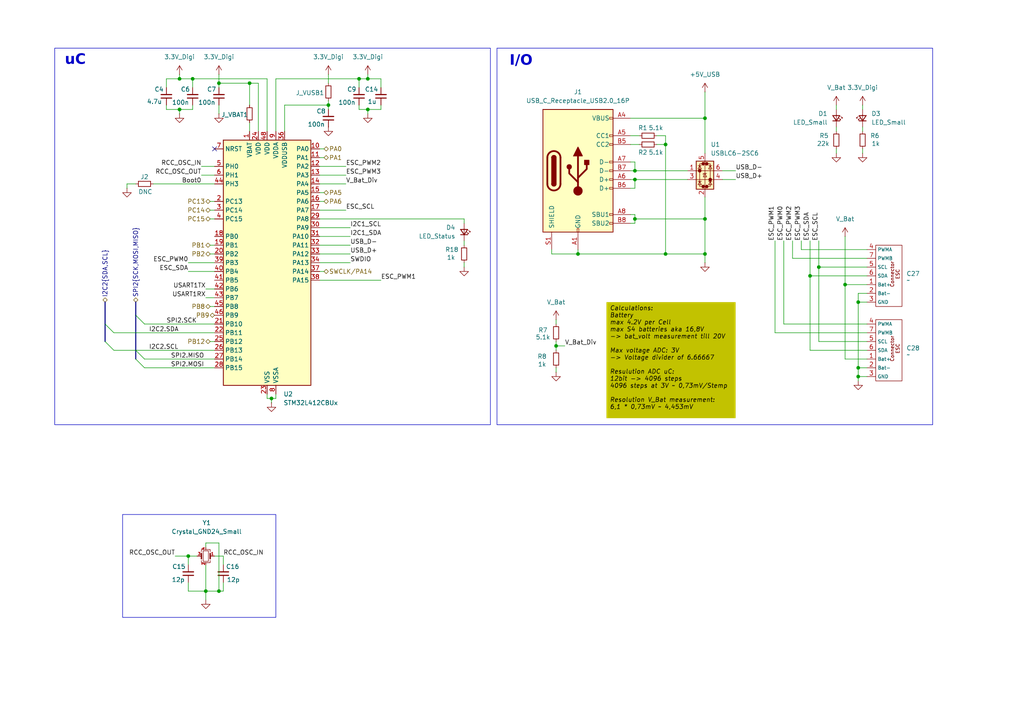
<source format=kicad_sch>
(kicad_sch (version 20231120) (generator "eeschema") (generator_version "8.0")
  (paper "A4")
  (lib_symbols
    (symbol "Connector:USB_C_Receptacle_USB2.0_16P" (pin_names (offset 1.016))
      (property "Reference" "J" (at 0 22.225 0))
      (property "Value" "USB_C_Receptacle_USB2.0_16P" (at 0 19.685 0))
      (symbol "USB_C_Receptacle_USB2.0_16P_0_0"
        (rectangle (start -0.254 -17.78) (end 0.254 -16.764))
        (rectangle (start 10.16 -14.986) (end 9.144 -15.494))
        (rectangle (start 10.16 -12.446) (end 9.144 -12.954))
        (rectangle (start 10.16 -4.826) (end 9.144 -5.334))
        (rectangle (start 10.16 -2.286) (end 9.144 -2.794))
        (rectangle (start 10.16 0.254) (end 9.144 -0.254))
        (rectangle (start 10.16 2.794) (end 9.144 2.286))
        (rectangle (start 10.16 7.874) (end 9.144 7.366))
        (rectangle (start 10.16 10.414) (end 9.144 9.906))
        (rectangle (start 10.16 15.494) (end 9.144 14.986))
      )
      (symbol "USB_C_Receptacle_USB2.0_16P_0_1"
        (rectangle (start -10.16 17.78) (end 10.16 -17.78) (stroke (width 0.254)) (fill (type background)))
        (arc (start -8.89 -3.81) (mid -6.985 -5.7067) (end -5.08 -3.81) (stroke (width 0.508)))
        (arc (start -7.62 -3.81) (mid -6.985 -4.4423) (end -6.35 -3.81) (stroke (width 0.254)))
        (arc (start -7.62 -3.81) (mid -6.985 -4.4423) (end -6.35 -3.81) (stroke (width 0.254)) (fill (type outline)))
        (rectangle (start -7.62 -3.81) (end -6.35 3.81) (stroke (width 0.254)) (fill (type outline)))
        (arc (start -6.35 3.81) (mid -6.985 4.4423) (end -7.62 3.81) (stroke (width 0.254)))
        (arc (start -6.35 3.81) (mid -6.985 4.4423) (end -7.62 3.81) (stroke (width 0.254)) (fill (type outline)))
        (arc (start -5.08 3.81) (mid -6.985 5.7067) (end -8.89 3.81) (stroke (width 0.508)))
        (circle (center -2.54 1.143) (radius 0.635) (stroke (width 0.254)) (fill (type outline)))
        (circle (center 0 -5.842) (radius 1.27) (fill (type outline)))
        (polyline (pts (xy -8.89 -3.81) (xy -8.89 3.81)) (stroke (width 0.508)))
        (polyline (pts (xy -5.08 3.81) (xy -5.08 -3.81)) (stroke (width 0.508)))
        (polyline (pts (xy 0 -5.842) (xy 0 4.318)) (stroke (width 0.508)))
        (polyline (pts (xy 0 -3.302) (xy -2.54 -0.762) (xy -2.54 0.508)) (stroke (width 0.508)))
        (polyline (pts (xy 0 -2.032) (xy 2.54 0.508) (xy 2.54 1.778)) (stroke (width 0.508)))
        (polyline (pts (xy -1.27 4.318) (xy 0 6.858) (xy 1.27 4.318) (xy -1.27 4.318)) (stroke (width 0.254)) (fill (type outline)))
        (rectangle (start 1.905 1.778) (end 3.175 3.048) (stroke (width 0.254)) (fill (type outline)))
      )
      (symbol "USB_C_Receptacle_USB2.0_16P_1_1"
        (pin passive line (at 0 -22.86 90) (length 5.08) (name "GND") (number "A1"))
        (pin passive line (at 0 -22.86 90) (length 5.08) hide (name "GND") (number "A12"))
        (pin passive line (at 15.24 15.24 180) (length 5.08) (name "VBUS") (number "A4"))
        (pin bidirectional line (at 15.24 10.16 180) (length 5.08) (name "CC1") (number "A5"))
        (pin bidirectional line (at 15.24 -2.54 180) (length 5.08) (name "D+") (number "A6"))
        (pin bidirectional line (at 15.24 2.54 180) (length 5.08) (name "D-") (number "A7"))
        (pin bidirectional line (at 15.24 -12.7 180) (length 5.08) (name "SBU1") (number "A8"))
        (pin passive line (at 15.24 15.24 180) (length 5.08) hide (name "VBUS") (number "A9"))
        (pin passive line (at 0 -22.86 90) (length 5.08) hide (name "GND") (number "B1"))
        (pin passive line (at 0 -22.86 90) (length 5.08) hide (name "GND") (number "B12"))
        (pin passive line (at 15.24 15.24 180) (length 5.08) hide (name "VBUS") (number "B4"))
        (pin bidirectional line (at 15.24 7.62 180) (length 5.08) (name "CC2") (number "B5"))
        (pin bidirectional line (at 15.24 -5.08 180) (length 5.08) (name "D+") (number "B6"))
        (pin bidirectional line (at 15.24 0 180) (length 5.08) (name "D-") (number "B7"))
        (pin bidirectional line (at 15.24 -15.24 180) (length 5.08) (name "SBU2") (number "B8"))
        (pin passive line (at 15.24 15.24 180) (length 5.08) hide (name "VBUS") (number "B9"))
        (pin passive line (at -7.62 -22.86 90) (length 5.08) (name "SHIELD") (number "S1"))
      )
    )
    (symbol "Device:C_Small" (pin_numbers hide) (pin_names (offset 0.254) hide)
      (property "Reference" "C" (at 0.254 1.778 0))
      (property "Value" "C_Small" (at 0.254 -2.032 0))
      (symbol "C_Small_0_1"
        (polyline (pts (xy -1.524 -0.508) (xy 1.524 -0.508)) (stroke (width 0.3302)))
        (polyline (pts (xy -1.524 0.508) (xy 1.524 0.508)) (stroke (width 0.3048)))
      )
      (symbol "C_Small_1_1"
        (pin passive line (at 0 2.54 270) (length 2.032) (name "~") (number "1"))
        (pin passive line (at 0 -2.54 90) (length 2.032) (name "~") (number "2"))
      )
    )
    (symbol "Device:Crystal_GND24_Small" (pin_names (offset 1.016) hide)
      (property "Reference" "Y" (at 1.27 4.445 0))
      (property "Value" "Crystal_GND24_Small" (at 1.27 2.54 0))
      (symbol "Crystal_GND24_Small_0_1"
        (rectangle (start -0.762 -1.524) (end 0.762 1.524))
        (polyline (pts (xy -1.27 -0.762) (xy -1.27 0.762)) (stroke (width 0.381)))
        (polyline (pts (xy 1.27 -0.762) (xy 1.27 0.762)) (stroke (width 0.381)))
        (polyline (pts (xy -1.27 -1.27) (xy -1.27 -1.905) (xy 1.27 -1.905) (xy 1.27 -1.27)))
        (polyline (pts (xy -1.27 1.27) (xy -1.27 1.905) (xy 1.27 1.905) (xy 1.27 1.27)))
      )
      (symbol "Crystal_GND24_Small_1_1"
        (pin passive line (at -2.54 0 0) (length 1.27) (name "1") (number "1"))
        (pin passive line (at 0 -2.54 90) (length 0.635) (name "2") (number "2"))
        (pin passive line (at 2.54 0 180) (length 1.27) (name "3") (number "3"))
        (pin passive line (at 0 2.54 270) (length 0.635) (name "4") (number "4"))
      )
    )
    (symbol "Device:LED_Small" (pin_numbers hide) (pin_names (offset 0.254) hide)
      (property "Reference" "D" (at -1.27 3.175 0))
      (property "Value" "LED_Small" (at -4.445 -2.54 0))
      (symbol "LED_Small_0_1"
        (polyline (pts (xy -0.762 -1.016) (xy -0.762 1.016)) (stroke (width 0.254)))
        (polyline (pts (xy 1.016 0) (xy -0.762 0)))
        (polyline (pts (xy 0.762 -1.016) (xy -0.762 0) (xy 0.762 1.016) (xy 0.762 -1.016)) (stroke (width 0.254)))
        (polyline (pts (xy 0 0.762) (xy -0.508 1.27) (xy -0.254 1.27) (xy -0.508 1.27) (xy -0.508 1.016)))
        (polyline (pts (xy 0.508 1.27) (xy 0 1.778) (xy 0.254 1.778) (xy 0 1.778) (xy 0 1.524)))
      )
      (symbol "LED_Small_1_1"
        (pin passive line (at -2.54 0 0) (length 1.778) (name "K") (number "1"))
        (pin passive line (at 2.54 0 180) (length 1.778) (name "A") (number "2"))
      )
    )
    (symbol "Device:R_Small" (pin_numbers hide) (pin_names (offset 0.254) hide)
      (property "Reference" "R" (at 0.762 0.508 0))
      (property "Value" "R_Small" (at 0.762 -1.016 0))
      (symbol "R_Small_0_1"
        (rectangle (start -0.762 1.778) (end 0.762 -1.778) (stroke (width 0.2032)))
      )
      (symbol "R_Small_1_1"
        (pin passive line (at 0 2.54 270) (length 0.762) (name "~") (number "1"))
        (pin passive line (at 0 -2.54 90) (length 0.762) (name "~") (number "2"))
      )
    )
    (symbol "FC_Library:Connector_ESC_FC_CORNER"
      (property "Reference" "C" (at -4.318 11.43 0))
      (symbol "Connector_ESC_FC_CORNER_0_1"
        (rectangle (start -5.08 10.16) (end 2.54 -7.62))
      )
      (symbol "Connector_ESC_FC_CORNER_1_1"
        (text "Connector\nESC" (at 0.508 1.778 900) (effects (font (size 0.9906 0.9906))))
        (pin input line (at -7.62 -1.27 0) (length 2.54) (name "Bat+") (number "1"))
        (pin input line (at -7.62 -3.81 0) (length 2.54) (name "Bat-") (number "2"))
        (pin input line (at -7.62 -6.35 0) (length 2.54) (name "GND") (number "3"))
        (pin input line (at -7.62 8.89 0) (length 2.54) (name "PWMA") (number "4"))
        (pin input line (at -7.62 3.81 0) (length 2.54) (name "SCL") (number "5"))
        (pin input line (at -7.62 1.27 0) (length 2.54) (name "SDA") (number "6"))
        (pin input line (at -7.62 6.35 0) (length 2.54) (name "PWMB") (number "7"))
      )
    )
    (symbol "MCU_ST_STM32L4:STM32L412CBUx"
      (property "Reference" "U" (at -12.7 36.83 0))
      (property "Value" "STM32L412CBUx" (at 7.62 36.83 0))
      (symbol "STM32L412CBUx_0_1"
        (rectangle (start -12.7 -35.56) (end 12.7 35.56) (stroke (width 0.254)) (fill (type background)))
      )
      (symbol "STM32L412CBUx_1_1"
        (pin power_in line (at -5.08 38.1 270) (length 2.54) (name "VBAT") (number "1"))
        (pin bidirectional line (at 15.24 33.02 180) (length 2.54) (name "PA0") (number "10"))
        (pin bidirectional line (at 15.24 30.48 180) (length 2.54) (name "PA1") (number "11"))
        (pin bidirectional line (at 15.24 27.94 180) (length 2.54) (name "PA2") (number "12"))
        (pin bidirectional line (at 15.24 25.4 180) (length 2.54) (name "PA3") (number "13"))
        (pin bidirectional line (at 15.24 22.86 180) (length 2.54) (name "PA4") (number "14"))
        (pin bidirectional line (at 15.24 20.32 180) (length 2.54) (name "PA5") (number "15"))
        (pin bidirectional line (at 15.24 17.78 180) (length 2.54) (name "PA6") (number "16"))
        (pin bidirectional line (at 15.24 15.24 180) (length 2.54) (name "PA7") (number "17"))
        (pin bidirectional line (at -15.24 7.62 0) (length 2.54) (name "PB0") (number "18"))
        (pin bidirectional line (at -15.24 5.08 0) (length 2.54) (name "PB1") (number "19"))
        (pin bidirectional line (at -15.24 17.78 0) (length 2.54) (name "PC13") (number "2"))
        (pin bidirectional line (at -15.24 2.54 0) (length 2.54) (name "PB2") (number "20"))
        (pin bidirectional line (at -15.24 -17.78 0) (length 2.54) (name "PB10") (number "21"))
        (pin bidirectional line (at -15.24 -20.32 0) (length 2.54) (name "PB11") (number "22"))
        (pin power_in line (at 0 -38.1 90) (length 2.54) (name "VSS") (number "23"))
        (pin power_in line (at -2.54 38.1 270) (length 2.54) (name "VDD") (number "24"))
        (pin bidirectional line (at -15.24 -22.86 0) (length 2.54) (name "PB12") (number "25"))
        (pin bidirectional line (at -15.24 -25.4 0) (length 2.54) (name "PB13") (number "26"))
        (pin bidirectional line (at -15.24 -27.94 0) (length 2.54) (name "PB14") (number "27"))
        (pin bidirectional line (at -15.24 -30.48 0) (length 2.54) (name "PB15") (number "28"))
        (pin bidirectional line (at 15.24 12.7 180) (length 2.54) (name "PA8") (number "29"))
        (pin bidirectional line (at -15.24 15.24 0) (length 2.54) (name "PC14") (number "3"))
        (pin bidirectional line (at 15.24 10.16 180) (length 2.54) (name "PA9") (number "30"))
        (pin bidirectional line (at 15.24 7.62 180) (length 2.54) (name "PA10") (number "31"))
        (pin bidirectional line (at 15.24 5.08 180) (length 2.54) (name "PA11") (number "32"))
        (pin bidirectional line (at 15.24 2.54 180) (length 2.54) (name "PA12") (number "33"))
        (pin bidirectional line (at 15.24 0 180) (length 2.54) (name "PA13") (number "34"))
        (pin passive line (at 0 -38.1 90) (length 2.54) hide (name "VSS") (number "35"))
        (pin power_in line (at 5.08 38.1 270) (length 2.54) (name "VDDUSB") (number "36"))
        (pin bidirectional line (at 15.24 -2.54 180) (length 2.54) (name "PA14") (number "37"))
        (pin bidirectional line (at 15.24 -5.08 180) (length 2.54) (name "PA15") (number "38"))
        (pin bidirectional line (at -15.24 0 0) (length 2.54) (name "PB3") (number "39"))
        (pin bidirectional line (at -15.24 12.7 0) (length 2.54) (name "PC15") (number "4"))
        (pin bidirectional line (at -15.24 -2.54 0) (length 2.54) (name "PB4") (number "40"))
        (pin bidirectional line (at -15.24 -5.08 0) (length 2.54) (name "PB5") (number "41"))
        (pin bidirectional line (at -15.24 -7.62 0) (length 2.54) (name "PB6") (number "42"))
        (pin bidirectional line (at -15.24 -10.16 0) (length 2.54) (name "PB7") (number "43"))
        (pin bidirectional line (at -15.24 22.86 0) (length 2.54) (name "PH3") (number "44"))
        (pin bidirectional line (at -15.24 -12.7 0) (length 2.54) (name "PB8") (number "45"))
        (pin bidirectional line (at -15.24 -15.24 0) (length 2.54) (name "PB9") (number "46"))
        (pin passive line (at 0 -38.1 90) (length 2.54) hide (name "VSS") (number "47"))
        (pin power_in line (at 0 38.1 270) (length 2.54) (name "VDD") (number "48"))
        (pin passive line (at 0 -38.1 90) (length 2.54) hide (name "VSS") (number "49"))
        (pin bidirectional line (at -15.24 27.94 0) (length 2.54) (name "PH0") (number "5"))
        (pin bidirectional line (at -15.24 25.4 0) (length 2.54) (name "PH1") (number "6"))
        (pin input line (at -15.24 33.02 0) (length 2.54) (name "NRST") (number "7"))
        (pin power_in line (at 2.54 -38.1 90) (length 2.54) (name "VSSA") (number "8"))
        (pin power_in line (at 2.54 38.1 270) (length 2.54) (name "VDDA") (number "9"))
      )
    )
    (symbol "Power_Protection:USBLC6-2SC6" (pin_names hide)
      (property "Reference" "U" (at 0.635 5.715 0))
      (property "Value" "USBLC6-2SC6" (at 0.635 3.81 0))
      (symbol "USBLC6-2SC6_0_0"
        (circle (center -1.524 0) (radius 0.0001) (stroke (width 0.508)))
        (circle (center -0.508 -4.572) (radius 0.0001) (stroke (width 0.508)))
        (circle (center -0.508 2.032) (radius 0.0001) (stroke (width 0.508)))
        (circle (center 0.508 -4.572) (radius 0.0001) (stroke (width 0.508)))
        (circle (center 0.508 2.032) (radius 0.0001) (stroke (width 0.508)))
        (circle (center 1.524 -2.54) (radius 0.0001) (stroke (width 0.508)))
      )
      (symbol "USBLC6-2SC6_0_1"
        (polyline (pts (xy -2.54 -2.54) (xy 2.54 -2.54)))
        (polyline (pts (xy -2.54 0) (xy 2.54 0)))
        (polyline (pts (xy -2.032 -3.048) (xy -1.016 -3.048)))
        (polyline (pts (xy -1.016 1.524) (xy -2.032 1.524)))
        (polyline (pts (xy 1.016 -3.048) (xy 2.032 -3.048)))
        (polyline (pts (xy 1.016 1.524) (xy 2.032 1.524)))
        (polyline (pts (xy -0.508 -1.143) (xy -0.508 -0.762) (xy 0.508 -0.762)))
        (polyline (pts (xy -2.032 0.508) (xy -1.016 0.508) (xy -1.524 1.524) (xy -2.032 0.508)))
        (polyline (pts (xy -1.016 -4.064) (xy -2.032 -4.064) (xy -1.524 -3.048) (xy -1.016 -4.064)))
        (polyline (pts (xy 0.508 -1.778) (xy -0.508 -1.778) (xy 0 -0.762) (xy 0.508 -1.778)))
        (polyline (pts (xy 2.032 -4.064) (xy 1.016 -4.064) (xy 1.524 -3.048) (xy 2.032 -4.064)))
        (polyline (pts (xy 2.032 0.508) (xy 1.016 0.508) (xy 1.524 1.524) (xy 2.032 0.508)))
        (polyline (pts (xy 0 2.54) (xy -0.508 2.032) (xy 0.508 2.032) (xy 0 1.524) (xy 0 -4.064) (xy -0.508 -4.572) (xy 0.508 -4.572) (xy 0 -5.08)))
      )
      (symbol "USBLC6-2SC6_1_1"
        (rectangle (start -2.54 2.794) (end 2.54 -5.334) (stroke (width 0.254)) (fill (type background)))
        (polyline (pts (xy -0.508 2.032) (xy -1.524 2.032) (xy -1.524 -4.572) (xy -0.508 -4.572)))
        (polyline (pts (xy 0.508 -4.572) (xy 1.524 -4.572) (xy 1.524 2.032) (xy 0.508 2.032)))
        (pin passive line (at -5.08 0 0) (length 2.54) (name "I/O1") (number "1"))
        (pin passive line (at 0 -7.62 90) (length 2.54) (name "GND") (number "2"))
        (pin passive line (at -5.08 -2.54 0) (length 2.54) (name "I/O2") (number "3"))
        (pin passive line (at 5.08 -2.54 180) (length 2.54) (name "I/O2") (number "4"))
        (pin passive line (at 0 5.08 270) (length 2.54) (name "VBUS") (number "5"))
        (pin passive line (at 5.08 0 180) (length 2.54) (name "I/O1") (number "6"))
      )
    )
    (symbol "power:+3V3" (power) (pin_numbers hide) (pin_names (offset 0) hide)
      (property "Value" "+3V3" (at 0 3.556 0))
      (symbol "+3V3_0_1"
        (polyline (pts (xy -0.762 1.27) (xy 0 2.54)))
        (polyline (pts (xy 0 0) (xy 0 2.54)))
        (polyline (pts (xy 0 2.54) (xy 0.762 1.27)))
      )
      (symbol "+3V3_1_1"
        (pin power_in line (at 0 0 90) (length 0) (name "~") (number "1"))
      )
    )
    (symbol "power:+5V" (power) (pin_numbers hide) (pin_names (offset 0) hide)
      (property "Value" "+5V" (at 0 3.556 0))
      (symbol "+5V_0_1"
        (polyline (pts (xy -0.762 1.27) (xy 0 2.54)))
        (polyline (pts (xy 0 0) (xy 0 2.54)))
        (polyline (pts (xy 0 2.54) (xy 0.762 1.27)))
      )
      (symbol "+5V_1_1"
        (pin power_in line (at 0 0 90) (length 0) (name "~") (number "1"))
      )
    )
    (symbol "power:+6V" (power) (pin_numbers hide) (pin_names (offset 0) hide)
      (property "Value" "+6V" (at 0 3.556 0))
      (symbol "+6V_0_1"
        (polyline (pts (xy -0.762 1.27) (xy 0 2.54)))
        (polyline (pts (xy 0 0) (xy 0 2.54)))
        (polyline (pts (xy 0 2.54) (xy 0.762 1.27)))
      )
      (symbol "+6V_1_1"
        (pin power_in line (at 0 0 90) (length 0) (name "~") (number "1"))
      )
    )
    (symbol "power:GND" (power) (pin_numbers hide) (pin_names (offset 0) hide)
      (property "Value" "GND" (at 0 -3.81 0))
      (symbol "GND_0_1"
        (polyline (pts (xy 0 0) (xy 0 -1.27) (xy 1.27 -1.27) (xy 0 -2.54) (xy -1.27 -1.27) (xy 0 -1.27)))
      )
      (symbol "GND_1_1"
        (pin power_in line (at 0 0 270) (length 0) (name "~") (number "1"))
      )
    )
  )
  (junction (at 72.39 24.13))
  (junction (at 54.61 161.29))
  (junction (at 184.15 49.53))
  (junction (at 161.29 100.33))
  (junction (at 193.04 41.91))
  (junction (at 52.07 31.75))
  (junction (at 78.74 115.57))
  (junction (at 106.68 31.75))
  (junction (at 204.47 63.5))
  (junction (at 248.92 109.22))
  (junction (at 106.68 22.86))
  (junction (at 204.47 34.29))
  (junction (at 52.07 22.86))
  (junction (at 184.15 63.5))
  (junction (at 95.25 30.48))
  (junction (at 63.5 24.13))
  (junction (at 55.88 22.86))
  (junction (at 248.92 106.68))
  (junction (at 237.49 77.47))
  (junction (at 245.11 82.55))
  (junction (at 248.92 87.63))
  (junction (at 63.5 171.45))
  (junction (at 184.15 52.07))
  (junction (at 193.04 73.66))
  (junction (at 104.14 22.86))
  (junction (at 59.69 171.45))
  (junction (at 234.95 80.01))
  (junction (at 167.64 73.66))
  (junction (at 204.47 73.66))
  (no_connect (at 62.23 43.18))
  (bus_entry (at 30.48 93.98) (size 2.54 2.54))
  (bus_entry (at 30.48 99.06) (size 2.54 2.54))
  (bus_entry (at 39.37 101.6) (size 2.54 2.54))
  (bus_entry (at 39.37 104.14) (size 2.54 2.54))
  (bus_entry (at 39.37 91.44) (size 2.54 2.54))
  (wire (pts (xy 48.26 25.4) (xy 48.26 22.86)))
  (wire (pts (xy 93.98 45.72) (xy 92.71 45.72)))
  (wire (pts (xy 193.04 73.66) (xy 167.64 73.66)))
  (wire (pts (xy 184.15 63.5) (xy 204.47 63.5)))
  (wire (pts (xy 161.29 107.95) (xy 161.29 106.68)))
  (wire (pts (xy 209.55 49.53) (xy 213.36 49.53)))
  (wire (pts (xy 60.96 58.42) (xy 62.23 58.42)))
  (wire (pts (xy 62.23 161.29) (xy 64.77 161.29)))
  (wire (pts (xy 104.14 22.86) (xy 106.68 22.86)))
  (wire (pts (xy 245.11 104.14) (xy 251.46 104.14)))
  (wire (pts (xy 199.39 49.53) (xy 184.15 49.53)))
  (wire (pts (xy 59.69 86.36) (xy 62.23 86.36)))
  (wire (pts (xy 190.5 41.91) (xy 193.04 41.91)))
  (wire (pts (xy 184.15 52.07) (xy 184.15 54.61)))
  (wire (pts (xy 41.91 106.68) (xy 62.23 106.68)))
  (wire (pts (xy 36.83 53.34) (xy 39.37 53.34)))
  (wire (pts (xy 134.62 77.47) (xy 134.62 76.2)))
  (wire (pts (xy 242.57 30.48) (xy 242.57 31.75)))
  (wire (pts (xy 161.29 99.06) (xy 161.29 100.33)))
  (wire (pts (xy 193.04 41.91) (xy 193.04 73.66)))
  (wire (pts (xy 204.47 73.66) (xy 193.04 73.66)))
  (wire (pts (xy 163.83 100.33) (xy 161.29 100.33)))
  (wire (pts (xy 251.46 80.01) (xy 234.95 80.01)))
  (wire (pts (xy 48.26 22.86) (xy 52.07 22.86)))
  (wire (pts (xy 72.39 35.56) (xy 72.39 38.1)))
  (wire (pts (xy 237.49 69.85) (xy 237.49 77.47)))
  (wire (pts (xy 55.88 31.75) (xy 55.88 30.48)))
  (wire (pts (xy 92.71 78.74) (xy 93.98 78.74)))
  (wire (pts (xy 60.96 71.12) (xy 62.23 71.12)))
  (wire (pts (xy 52.07 22.86) (xy 55.88 22.86)))
  (wire (pts (xy 60.96 63.5) (xy 62.23 63.5)))
  (wire (pts (xy 227.33 93.98) (xy 227.33 69.85)))
  (wire (pts (xy 245.11 82.55) (xy 245.11 104.14)))
  (wire (pts (xy 250.19 44.45) (xy 250.19 43.18)))
  (wire (pts (xy 134.62 71.12) (xy 134.62 69.85)))
  (wire (pts (xy 184.15 62.23) (xy 184.15 63.5)))
  (wire (pts (xy 92.71 81.28) (xy 110.49 81.28)))
  (wire (pts (xy 204.47 73.66) (xy 204.47 63.5)))
  (wire (pts (xy 190.5 39.37) (xy 193.04 39.37)))
  (wire (pts (xy 224.79 96.52) (xy 224.79 69.85)))
  (wire (pts (xy 134.62 63.5) (xy 134.62 64.77)))
  (wire (pts (xy 100.33 50.8) (xy 92.71 50.8)))
  (wire (pts (xy 250.19 38.1) (xy 250.19 36.83)))
  (wire (pts (xy 251.46 106.68) (xy 248.92 106.68)))
  (wire (pts (xy 52.07 21.59) (xy 52.07 22.86)))
  (wire (pts (xy 41.91 93.98) (xy 62.23 93.98)))
  (wire (pts (xy 184.15 54.61) (xy 182.88 54.61)))
  (wire (pts (xy 160.02 73.66) (xy 160.02 72.39)))
  (bus (pts (xy 30.48 93.98) (xy 30.48 99.06)))
  (wire (pts (xy 167.64 73.66) (xy 160.02 73.66)))
  (bus (pts (xy 30.48 87.63) (xy 30.48 93.98)))
  (wire (pts (xy 63.5 33.02) (xy 63.5 30.48)))
  (wire (pts (xy 248.92 106.68) (xy 248.92 109.22)))
  (wire (pts (xy 110.49 31.75) (xy 110.49 30.48)))
  (wire (pts (xy 63.5 157.48) (xy 63.5 171.45)))
  (wire (pts (xy 101.6 68.58) (xy 92.71 68.58)))
  (wire (pts (xy 64.77 171.45) (xy 64.77 168.91)))
  (wire (pts (xy 204.47 26.67) (xy 204.47 34.29)))
  (wire (pts (xy 80.01 38.1) (xy 80.01 22.86)))
  (wire (pts (xy 104.14 30.48) (xy 104.14 31.75)))
  (wire (pts (xy 110.49 25.4) (xy 110.49 22.86)))
  (wire (pts (xy 60.96 73.66) (xy 62.23 73.66)))
  (wire (pts (xy 184.15 49.53) (xy 182.88 49.53)))
  (wire (pts (xy 72.39 24.13) (xy 72.39 30.48)))
  (wire (pts (xy 72.39 24.13) (xy 74.93 24.13)))
  (wire (pts (xy 55.88 22.86) (xy 77.47 22.86)))
  (wire (pts (xy 167.64 72.39) (xy 167.64 73.66)))
  (wire (pts (xy 101.6 66.04) (xy 92.71 66.04)))
  (wire (pts (xy 54.61 171.45) (xy 59.69 171.45)))
  (wire (pts (xy 82.55 30.48) (xy 82.55 38.1)))
  (wire (pts (xy 54.61 78.74) (xy 62.23 78.74)))
  (wire (pts (xy 80.01 115.57) (xy 80.01 114.3)))
  (wire (pts (xy 58.42 48.26) (xy 62.23 48.26)))
  (wire (pts (xy 234.95 69.85) (xy 234.95 80.01)))
  (wire (pts (xy 251.46 85.09) (xy 248.92 85.09)))
  (wire (pts (xy 52.07 31.75) (xy 55.88 31.75)))
  (wire (pts (xy 248.92 85.09) (xy 248.92 87.63)))
  (wire (pts (xy 242.57 44.45) (xy 242.57 43.18)))
  (wire (pts (xy 63.5 171.45) (xy 64.77 171.45)))
  (wire (pts (xy 245.11 68.58) (xy 245.11 82.55)))
  (wire (pts (xy 245.11 82.55) (xy 251.46 82.55)))
  (wire (pts (xy 92.71 71.12) (xy 101.6 71.12)))
  (wire (pts (xy 161.29 92.71) (xy 161.29 93.98)))
  (wire (pts (xy 204.47 63.5) (xy 204.47 57.15)))
  (wire (pts (xy 95.25 30.48) (xy 95.25 29.21)))
  (wire (pts (xy 237.49 99.06) (xy 251.46 99.06)))
  (wire (pts (xy 64.77 161.29) (xy 64.77 163.83)))
  (wire (pts (xy 78.74 115.57) (xy 78.74 116.84)))
  (wire (pts (xy 59.69 158.75) (xy 59.69 157.48)))
  (wire (pts (xy 104.14 22.86) (xy 104.14 25.4)))
  (wire (pts (xy 33.02 101.6) (xy 39.37 101.6)))
  (wire (pts (xy 93.98 55.88) (xy 92.71 55.88)))
  (wire (pts (xy 39.37 101.6) (xy 62.23 101.6)))
  (wire (pts (xy 82.55 30.48) (xy 95.25 30.48)))
  (wire (pts (xy 54.61 171.45) (xy 54.61 168.91)))
  (wire (pts (xy 251.46 96.52) (xy 224.79 96.52)))
  (wire (pts (xy 251.46 77.47) (xy 237.49 77.47)))
  (wire (pts (xy 59.69 163.83) (xy 59.69 171.45)))
  (wire (pts (xy 251.46 74.93) (xy 229.87 74.93)))
  (wire (pts (xy 182.88 52.07) (xy 184.15 52.07)))
  (wire (pts (xy 248.92 110.49) (xy 248.92 109.22)))
  (wire (pts (xy 182.88 62.23) (xy 184.15 62.23)))
  (wire (pts (xy 95.25 21.59) (xy 95.25 24.13)))
  (wire (pts (xy 77.47 22.86) (xy 77.47 38.1)))
  (wire (pts (xy 59.69 171.45) (xy 63.5 171.45)))
  (wire (pts (xy 184.15 64.77) (xy 182.88 64.77)))
  (wire (pts (xy 100.33 53.34) (xy 92.71 53.34)))
  (wire (pts (xy 182.88 41.91) (xy 185.42 41.91)))
  (wire (pts (xy 93.98 58.42) (xy 92.71 58.42)))
  (wire (pts (xy 232.41 72.39) (xy 251.46 72.39)))
  (wire (pts (xy 184.15 52.07) (xy 199.39 52.07)))
  (wire (pts (xy 36.83 53.34) (xy 36.83 54.61)))
  (wire (pts (xy 95.25 31.75) (xy 95.25 30.48)))
  (wire (pts (xy 248.92 87.63) (xy 248.92 106.68)))
  (wire (pts (xy 100.33 60.96) (xy 92.71 60.96)))
  (wire (pts (xy 104.14 31.75) (xy 106.68 31.75)))
  (wire (pts (xy 106.68 31.75) (xy 110.49 31.75)))
  (wire (pts (xy 101.6 73.66) (xy 92.71 73.66)))
  (wire (pts (xy 237.49 77.47) (xy 237.49 99.06)))
  (wire (pts (xy 248.92 87.63) (xy 251.46 87.63)))
  (bus (pts (xy 39.37 87.63) (xy 39.37 91.44)))
  (wire (pts (xy 48.26 31.75) (xy 48.26 30.48)))
  (wire (pts (xy 185.42 39.37) (xy 182.88 39.37)))
  (wire (pts (xy 63.5 24.13) (xy 72.39 24.13)))
  (bus (pts (xy 39.37 101.6) (xy 39.37 104.14)))
  (wire (pts (xy 52.07 33.02) (xy 52.07 31.75)))
  (wire (pts (xy 59.69 171.45) (xy 59.69 173.99)))
  (wire (pts (xy 50.8 161.29) (xy 54.61 161.29)))
  (wire (pts (xy 44.45 53.34) (xy 62.23 53.34)))
  (wire (pts (xy 193.04 39.37) (xy 193.04 41.91)))
  (wire (pts (xy 54.61 76.2) (xy 62.23 76.2)))
  (wire (pts (xy 74.93 24.13) (xy 74.93 38.1)))
  (wire (pts (xy 251.46 93.98) (xy 227.33 93.98)))
  (wire (pts (xy 92.71 63.5) (xy 134.62 63.5)))
  (wire (pts (xy 106.68 31.75) (xy 106.68 33.02)))
  (wire (pts (xy 63.5 21.59) (xy 63.5 24.13)))
  (wire (pts (xy 204.47 76.2) (xy 204.47 73.66)))
  (wire (pts (xy 60.96 60.96) (xy 62.23 60.96)))
  (wire (pts (xy 182.88 46.99) (xy 184.15 46.99)))
  (wire (pts (xy 234.95 101.6) (xy 234.95 80.01)))
  (wire (pts (xy 242.57 38.1) (xy 242.57 36.83)))
  (wire (pts (xy 58.42 50.8) (xy 62.23 50.8)))
  (wire (pts (xy 80.01 115.57) (xy 78.74 115.57)))
  (wire (pts (xy 33.02 96.52) (xy 62.23 96.52)))
  (wire (pts (xy 41.91 104.14) (xy 62.23 104.14)))
  (wire (pts (xy 204.47 34.29) (xy 204.47 44.45)))
  (wire (pts (xy 250.19 30.48) (xy 250.19 31.75)))
  (wire (pts (xy 182.88 34.29) (xy 204.47 34.29)))
  (wire (pts (xy 63.5 25.4) (xy 63.5 24.13)))
  (wire (pts (xy 77.47 115.57) (xy 77.47 114.3)))
  (wire (pts (xy 100.33 48.26) (xy 92.71 48.26)))
  (wire (pts (xy 80.01 22.86) (xy 104.14 22.86)))
  (wire (pts (xy 229.87 74.93) (xy 229.87 69.85)))
  (bus (pts (xy 39.37 91.44) (xy 39.37 101.6)))
  (wire (pts (xy 184.15 46.99) (xy 184.15 49.53)))
  (wire (pts (xy 59.69 157.48) (xy 63.5 157.48)))
  (wire (pts (xy 106.68 22.86) (xy 110.49 22.86)))
  (wire (pts (xy 60.96 99.06) (xy 62.23 99.06)))
  (wire (pts (xy 55.88 25.4) (xy 55.88 22.86)))
  (wire (pts (xy 60.96 88.9) (xy 62.23 88.9)))
  (wire (pts (xy 232.41 69.85) (xy 232.41 72.39)))
  (wire (pts (xy 161.29 100.33) (xy 161.29 101.6)))
  (wire (pts (xy 93.98 43.18) (xy 92.71 43.18)))
  (wire (pts (xy 209.55 52.07) (xy 213.36 52.07)))
  (wire (pts (xy 251.46 101.6) (xy 234.95 101.6)))
  (wire (pts (xy 184.15 63.5) (xy 184.15 64.77)))
  (wire (pts (xy 78.74 115.57) (xy 77.47 115.57)))
  (wire (pts (xy 52.07 31.75) (xy 48.26 31.75)))
  (wire (pts (xy 248.92 109.22) (xy 251.46 109.22)))
  (wire (pts (xy 106.68 21.59) (xy 106.68 22.86)))
  (wire (pts (xy 92.71 76.2) (xy 101.6 76.2)))
  (wire (pts (xy 54.61 161.29) (xy 57.15 161.29)))
  (wire (pts (xy 59.69 83.82) (xy 62.23 83.82)))
  (wire (pts (xy 54.61 161.29) (xy 54.61 163.83)))
  (rectangle (start 35.56 149.225) (end 80.01 179.07))
  (rectangle (start 15.875 13.97) (end 142.24 123.19))
  (rectangle (start 144.145 13.97) (end 270.51 123.19))
  (image (at -50.8 68.58) (scale 0.600291))
  (text_box "Calculations:\nBattery\nmax 4.2V per Cell\nmax S4 batteries aka 16,8V\n-> bat_volt measurement till 20V\n\nMax voltage ADC: 3V\n-> Voltage divider of 6.66667\n\nResulution ADC uC:\n12bit -> 4096 steps\n4096 steps at 3V ~ 0,73mV/Stemp\n\nResolution V_Bat measurement:\n6,1 * 0,73mV ~ 4,453mV" (at 175.895 87.63 0) (size 37.465 33.655) (stroke (width -0.0001) (color 255 255 0 1)) (fill (type color) (color 194 194 0 1)) (effects (font (size 1.27 1.27) (italic yes)) (justify left top)))
  (text "uC" (at 21.844 18.288 0) (effects (font (size 3 3))))
  (text "I/O\n" (at 151.13 18.542 0) (effects (font (size 3 3))))
  (label "ESC_PWM0" (at 54.61 76.2 180))
  (label "I2C1_SDA" (at 101.6 68.58 0))
  (label "RCC_OSC_OUT" (at 58.42 50.8 180))
  (label "ESC_SDA" (at 54.61 78.74 180))
  (label "ESC_PWM1" (at 224.79 69.85 90))
  (label "RCC_OSC_IN" (at 64.77 161.29 0))
  (label "ESC_PWM2" (at 229.87 69.85 90))
  (label "I2C2.SCL" (at 43.18 101.6 0))
  (label "ESC_PWM1" (at 110.49 81.28 0))
  (label "V_Bat_Div" (at 100.33 53.34 0))
  (label "SWDIO" (at 101.6 76.2 0))
  (label "SPI2.MOSI" (at 49.53 106.68 0))
  (label "ESC_SDA" (at 234.95 69.85 90))
  (label "USART1RX" (at 59.69 86.36 180))
  (label "I2C2.SDA" (at 43.18 96.52 0))
  (label "ESC_PWM3" (at 232.41 69.85 90))
  (label "I2C1_SCL" (at 101.6 66.04 0))
  (label "SPI2.MISO" (at 49.53 104.14 0))
  (label "USB_D+" (at 101.6 73.66 0))
  (label "USART1TX" (at 59.69 83.82 180))
  (label "ESC_PWM3" (at 100.33 50.8 0))
  (label "ESC_PWM0" (at 227.33 69.85 90))
  (label "RCC_OSC_IN" (at 58.42 48.26 180))
  (label "USB_D-" (at 213.36 49.53 0))
  (label "USB_D+" (at 213.36 52.07 0))
  (label "RCC_OSC_OUT" (at 50.8 161.29 180))
  (label "ESC_PWM2" (at 100.33 48.26 0))
  (label "ESC_SCL" (at 100.33 60.96 0))
  (label "Boot0" (at 58.42 53.34 180))
  (label "SPI2.SCK" (at 48.26 93.98 0))
  (label "V_Bat_Div" (at 163.83 100.33 0))
  (label "USB_D-" (at 101.6 71.12 0))
  (label "ESC_SCL" (at 237.49 69.85 90))
  (hierarchical_label "SPI2{SCK,MOSI,MISO}" (shape bidirectional) (at 39.37 87.63 90))
  (hierarchical_label "SWCLK{slash}PA14" (shape bidirectional) (at 93.98 78.74 0))
  (hierarchical_label "PC13" (shape bidirectional) (at 60.96 58.42 180))
  (hierarchical_label "PA5" (shape bidirectional) (at 93.98 55.88 0))
  (hierarchical_label "I2C2{SDA,SCL}" (shape bidirectional) (at 30.48 87.63 90))
  (hierarchical_label "PA1" (shape bidirectional) (at 93.98 45.72 0))
  (hierarchical_label "PB12" (shape bidirectional) (at 60.96 99.06 180))
  (hierarchical_label "PB8" (shape bidirectional) (at 60.96 88.9 180))
  (hierarchical_label "PC14" (shape bidirectional) (at 60.96 60.96 180))
  (hierarchical_label "PA0" (shape bidirectional) (at 93.98 43.18 0))
  (hierarchical_label "PB9" (shape bidirectional) (at 62.23 91.44 180))
  (hierarchical_label "PC15" (shape bidirectional) (at 60.96 63.5 180))
  (hierarchical_label "PA6" (shape bidirectional) (at 93.98 58.42 0))
  (hierarchical_label "PB1" (shape bidirectional) (at 60.96 71.12 180))
  (hierarchical_label "PB2" (shape bidirectional) (at 60.96 73.66 180))
  (symbol (lib_id "Device:C_Small") (at 104.14 27.94 0) (mirror x) (unit 1)
    (property "Reference" "C9" (at 103.378 25.908 0) (effects (justify right)))
    (property "Value" "100n" (at 103.124 29.718 0) (effects (justify right)))
    (property "Footprint" "Capacitor_SMD:C_0402_1005Metric" (effects (hide yes)))
    (property "Description" "Unpolarized capacitor, small symbol" (effects (hide yes)))
  )
  (symbol (lib_id "Device:R_Small") (at 161.29 96.52 180) (unit 1)
    (property "Reference" "R7" (at 157.48 95.758 0))
    (property "Value" "5.1k" (at 157.48 97.79 0))
    (property "Footprint" "Resistor_SMD:R_0603_1608Metric" (effects (hide yes)))
    (property "Description" "Resistor, small symbol" (effects (hide yes)))
  )
  (symbol (lib_id "power:GND") (at 36.83 54.61 0) (unit 1)
    (property "Reference" "#PWR044" (effects (hide yes)))
    (property "Value" "GND" (effects (hide yes)))
    (property "Description" "Power symbol creates a global label with name \"GND\" , ground" (effects (hide yes)))
  )
  (symbol (lib_id "Connector:USB_C_Receptacle_USB2.0_16P") (at 167.64 49.53 0) (unit 1)
    (property "Reference" "J1" (at 167.64 26.67 0))
    (property "Value" "USB_C_Receptacle_USB2.0_16P" (at 167.64 29.21 0))
    (property "Footprint" "FC_footrpints:GSB1C41110SSHR" (effects (hide yes)))
    (property "Datasheet" "https://www.usb.org/sites/default/files/documents/usb_type-c.zip" (effects (hide yes)))
    (property "Description" "USB 2.0-only 16P Type-C Receptacle connector" (effects (hide yes)))
  )
  (symbol (lib_id "Device:R_Small") (at 250.19 40.64 0) (mirror x) (unit 1)
    (property "Reference" "R6" (at 253.746 39.37 0))
    (property "Value" "1k" (at 254 41.656 0))
    (property "Footprint" "Resistor_SMD:R_0603_1608Metric" (effects (hide yes)))
    (property "Description" "Resistor, small symbol" (effects (hide yes)))
  )
  (symbol (lib_id "power:GND") (at 95.25 36.83 0) (mirror y) (unit 1)
    (property "Reference" "#PWR019" (effects (hide yes)))
    (property "Value" "GND" (effects (hide yes)))
    (property "Description" "Power symbol creates a global label with name \"GND\" , ground" (effects (hide yes)))
  )
  (symbol (lib_id "power:GND") (at 204.47 76.2 0) (unit 1)
    (property "Reference" "#PWR04" (effects (hide yes)))
    (property "Value" "GND" (effects (hide yes)))
    (property "Description" "Power symbol creates a global label with name \"GND\" , ground" (effects (hide yes)))
  )
  (symbol (lib_id "Device:R_Small") (at 187.96 41.91 90) (mirror x) (unit 1)
    (property "Reference" "R2" (at 186.436 44.196 90))
    (property "Value" "5.1k" (at 190.246 44.196 90))
    (property "Footprint" "Resistor_SMD:R_0603_1608Metric" (effects (hide yes)))
    (property "Description" "Resistor, small symbol" (effects (hide yes)))
  )
  (symbol (lib_id "Device:C_Small") (at 54.61 166.37 0) (mirror x) (unit 1)
    (property "Reference" "C15" (at 53.848 164.338 0) (effects (justify right)))
    (property "Value" "12p" (at 53.594 168.148 0) (effects (justify right)))
    (property "Footprint" "Capacitor_SMD:C_0402_1005Metric" (effects (hide yes)))
    (property "Description" "Unpolarized capacitor, small symbol" (effects (hide yes)))
  )
  (symbol (lib_id "power:+3V3") (at 250.19 30.48 0) (unit 1)
    (property "Reference" "#PWR08" (effects (hide yes)))
    (property "Value" "3.3V_Digi" (at 250.19 25.4 0))
    (property "Description" "Power symbol creates a global label with name \"+3V3\"" (effects (hide yes)))
  )
  (symbol (lib_id "power:+6V") (at 245.11 68.58 0) (unit 1)
    (property "Reference" "#PWR049" (effects (hide yes)))
    (property "Value" "V_Bat" (at 245.11 63.5 0))
    (property "Description" "Power symbol creates a global label with name \"+6V\"" (effects (hide yes)))
  )
  (symbol (lib_id "power:GND") (at 59.69 173.99 0) (unit 1)
    (property "Reference" "#PWR022" (effects (hide yes)))
    (property "Value" "GND" (effects (hide yes)))
    (property "Description" "Power symbol creates a global label with name \"GND\" , ground" (effects (hide yes)))
  )
  (symbol (lib_id "Device:Crystal_GND24_Small") (at 59.69 161.29 0) (mirror y) (unit 1)
    (property "Reference" "Y1" (at 59.944 151.638 0))
    (property "Value" "Crystal_GND24_Small" (at 59.944 154.178 0))
    (property "Footprint" "FC_footrpints:ABM8W480000MHZ6D1XT3" (effects (hide yes)))
    (property "Description" "Four pin crystal, GND on pins 2 and 4, small symbol" (effects (hide yes)))
  )
  (symbol (lib_id "power:+6V") (at 242.57 30.48 0) (mirror y) (unit 1)
    (property "Reference" "#PWR06" (effects (hide yes)))
    (property "Value" "V_Bat" (at 242.57 25.4 0))
    (property "Description" "Power symbol creates a global label with name \"+6V\"" (effects (hide yes)))
  )
  (symbol (lib_id "FC_Library:Connector_ESC_FC_CORNER") (at 259.08 81.28 0) (unit 1)
    (property "Reference" "C27" (at 262.89 79.3749 0) (effects (justify left)))
    (property "Value" "~" (at 262.89 81.28 0) (effects (justify left)))
    (property "Footprint" "FC_footrpints:Connector_ESC_FC" (effects (hide yes)))
  )
  (symbol (lib_id "Device:C_Small") (at 95.25 34.29 0) (mirror x) (unit 1)
    (property "Reference" "C8" (at 94.488 32.258 0) (effects (justify right)))
    (property "Value" "100n" (at 94.234 36.068 0) (effects (justify right)))
    (property "Footprint" "Capacitor_SMD:C_0402_1005Metric" (effects (hide yes)))
    (property "Description" "Unpolarized capacitor, small symbol" (effects (hide yes)))
  )
  (symbol (lib_id "Device:R_Small") (at 95.25 26.67 180) (unit 1)
    (property "Reference" "J_VUSB1" (at 89.916 26.924 0))
    (property "Value" "0" (effects (hide yes)))
    (property "Footprint" "Resistor_SMD:R_0603_1608Metric" (effects (hide yes)))
    (property "Description" "Resistor, small symbol" (effects (hide yes)))
  )
  (symbol (lib_id "Device:R_Small") (at 41.91 53.34 270) (unit 1)
    (property "Reference" "J2" (at 41.91 51.308 90))
    (property "Value" "DNC" (at 42.164 55.626 90))
    (property "Footprint" "Resistor_SMD:R_0603_1608Metric" (effects (hide yes)))
    (property "Description" "Resistor, small symbol" (effects (hide yes)))
  )
  (symbol (lib_id "power:+6V") (at 161.29 92.71 0) (unit 1)
    (property "Reference" "#PWR023" (effects (hide yes)))
    (property "Value" "V_Bat" (at 161.29 87.63 0))
    (property "Description" "Power symbol creates a global label with name \"+6V\"" (effects (hide yes)))
  )
  (symbol (lib_id "power:GND") (at 63.5 33.02 0) (unit 1)
    (property "Reference" "#PWR016" (effects (hide yes)))
    (property "Value" "GND" (effects (hide yes)))
    (property "Description" "Power symbol creates a global label with name \"GND\" , ground" (effects (hide yes)))
  )
  (symbol (lib_id "Device:R_Small") (at 242.57 40.64 180) (unit 1)
    (property "Reference" "R5" (at 239.014 39.37 0))
    (property "Value" "22k" (at 238.76 41.656 0))
    (property "Footprint" "Resistor_SMD:R_0603_1608Metric" (effects (hide yes)))
    (property "Description" "Resistor, small symbol" (effects (hide yes)))
  )
  (symbol (lib_id "power:GND") (at 106.68 33.02 0) (unit 1)
    (property "Reference" "#PWR021" (effects (hide yes)))
    (property "Value" "GND" (effects (hide yes)))
    (property "Description" "Power symbol creates a global label with name \"GND\" , ground" (effects (hide yes)))
  )
  (symbol (lib_id "Device:R_Small") (at 161.29 104.14 180) (unit 1)
    (property "Reference" "R8" (at 157.226 103.378 0))
    (property "Value" "1k" (at 157.226 105.664 0))
    (property "Footprint" "Resistor_SMD:R_0603_1608Metric" (effects (hide yes)))
    (property "Description" "Resistor, small symbol" (effects (hide yes)))
  )
  (symbol (lib_id "FC_Library:Connector_ESC_FC_CORNER") (at 259.08 102.87 0) (unit 1)
    (property "Reference" "C28" (at 262.89 100.9649 0) (effects (justify left)))
    (property "Value" "~" (at 262.89 102.87 0) (effects (justify left)))
    (property "Footprint" "FC_footrpints:Connector_ESC_FC" (effects (hide yes)))
  )
  (symbol (lib_id "Device:C_Small") (at 48.26 27.94 0) (mirror x) (unit 1)
    (property "Reference" "C4" (at 47.498 25.908 0) (effects (justify right)))
    (property "Value" "4.7u" (at 46.99 29.464 0) (effects (justify right)))
    (property "Footprint" "Capacitor_SMD:C_0603_1608Metric" (effects (hide yes)))
    (property "Description" "Unpolarized capacitor, small symbol" (effects (hide yes)))
  )
  (symbol (lib_id "MCU_ST_STM32L4:STM32L412CBUx") (at 77.47 76.2 0) (unit 1)
    (property "Reference" "U2" (at 82.2041 114.3 0) (effects (justify left)))
    (property "Value" "STM32L412CBUx" (at 82.2041 116.84 0) (effects (justify left)))
    (property "Footprint" "Package_DFN_QFN:QFN-48-1EP_7x7mm_P0.5mm_EP5.6x5.6mm" (effects (hide yes)))
    (property "Datasheet" "https://www.st.com/resource/en/datasheet/stm32l412cb.pdf" (effects (hide yes)))
    (property "Description" "STMicroelectronics Arm Cortex-M4 MCU, 128KB flash, 40KB RAM, 80 MHz, 1.71-3.6V, 38 GPIO, UFQFPN48" (effects (hide yes)))
  )
  (symbol (lib_id "Device:C_Small") (at 64.77 166.37 180) (unit 1)
    (property "Reference" "C16" (at 65.532 164.338 0) (effects (justify right)))
    (property "Value" "12p" (at 65.786 168.148 0) (effects (justify right)))
    (property "Footprint" "Capacitor_SMD:C_0402_1005Metric" (effects (hide yes)))
    (property "Description" "Unpolarized capacitor, small symbol" (effects (hide yes)))
  )
  (symbol (lib_id "Device:LED_Small") (at 242.57 34.29 270) (mirror x) (unit 1)
    (property "Reference" "D1" (at 240.03 32.9564 90) (effects (justify right)))
    (property "Value" "LED_Small" (at 240.03 35.4964 90) (effects (justify right)))
    (property "Footprint" "LED_SMD:LED_0603_1608Metric" (effects (hide yes)))
    (property "Description" "Light emitting diode, small symbol" (effects (hide yes)))
  )
  (symbol (lib_id "power:+3V3") (at 52.07 21.59 0) (unit 1)
    (property "Reference" "#PWR012" (effects (hide yes)))
    (property "Value" "3.3V_Digi" (at 52.07 16.51 0))
    (property "Description" "Power symbol creates a global label with name \"+3V3\"" (effects (hide yes)))
  )
  (symbol (lib_id "Device:R_Small") (at 187.96 39.37 90) (unit 1)
    (property "Reference" "R1" (at 186.436 37.084 90))
    (property "Value" "5.1k" (at 190.246 37.084 90))
    (property "Footprint" "Resistor_SMD:R_0603_1608Metric" (effects (hide yes)))
    (property "Description" "Resistor, small symbol" (effects (hide yes)))
  )
  (symbol (lib_id "Device:LED_Small") (at 250.19 34.29 90) (unit 1)
    (property "Reference" "D3" (at 252.73 32.9564 90) (effects (justify right)))
    (property "Value" "LED_Small" (at 252.73 35.4964 90) (effects (justify right)))
    (property "Footprint" "LED_SMD:LED_0603_1608Metric" (effects (hide yes)))
    (property "Description" "Light emitting diode, small symbol" (effects (hide yes)))
  )
  (symbol (lib_id "Device:R_Small") (at 72.39 33.02 180) (unit 1)
    (property "Reference" "J_VBAT1" (at 68.072 33.274 0))
    (property "Value" "0" (effects (hide yes)))
    (property "Footprint" "Resistor_SMD:R_0603_1608Metric" (effects (hide yes)))
    (property "Description" "Resistor, small symbol" (effects (hide yes)))
  )
  (symbol (lib_id "Power_Protection:USBLC6-2SC6") (at 204.47 49.53 0) (unit 1)
    (property "Reference" "U1" (at 206.1211 41.91 0) (effects (justify left)))
    (property "Value" "USBLC6-2SC6" (at 206.1211 44.45 0) (effects (justify left)))
    (property "Footprint" "Package_TO_SOT_SMD:SOT-23-6" (effects (hide yes)))
    (property "Datasheet" "https://www.st.com/resource/en/datasheet/usblc6-2.pdf" (effects (hide yes)))
    (property "Description" "Very low capacitance ESD protection diode, 2 data-line, SOT-23-6" (effects (hide yes)))
  )
  (symbol (lib_id "power:+3V3") (at 95.25 21.59 0) (unit 1)
    (property "Reference" "#PWR018" (effects (hide yes)))
    (property "Value" "3.3V_Digi" (at 95.25 16.51 0))
    (property "Description" "Power symbol creates a global label with name \"+3V3\"" (effects (hide yes)))
  )
  (symbol (lib_id "power:GND") (at 78.74 116.84 0) (mirror y) (unit 1)
    (property "Reference" "#PWR017" (effects (hide yes)))
    (property "Value" "GND" (effects (hide yes)))
    (property "Description" "Power symbol creates a global label with name \"GND\" , ground" (effects (hide yes)))
  )
  (symbol (lib_id "Device:C_Small") (at 63.5 27.94 0) (mirror x) (unit 1)
    (property "Reference" "C7" (at 62.738 25.908 0) (effects (justify right)))
    (property "Value" "100n" (at 62.484 29.718 0) (effects (justify right)))
    (property "Footprint" "Capacitor_SMD:C_0402_1005Metric" (effects (hide yes)))
    (property "Description" "Unpolarized capacitor, small symbol" (effects (hide yes)))
  )
  (symbol (lib_id "Device:LED_Small") (at 134.62 67.31 270) (mirror x) (unit 1)
    (property "Reference" "D4" (at 132.08 65.9764 90) (effects (justify right)))
    (property "Value" "LED_Status" (at 132.08 68.5164 90) (effects (justify right)))
    (property "Footprint" "LED_SMD:LED_0603_1608Metric" (effects (hide yes)))
    (property "Description" "Light emitting diode, small symbol" (effects (hide yes)))
  )
  (symbol (lib_id "power:GND") (at 250.19 44.45 0) (mirror y) (unit 1)
    (property "Reference" "#PWR09" (effects (hide yes)))
    (property "Value" "GND" (effects (hide yes)))
    (property "Description" "Power symbol creates a global label with name \"GND\" , ground" (effects (hide yes)))
  )
  (symbol (lib_id "Device:C_Small") (at 55.88 27.94 0) (mirror x) (unit 1)
    (property "Reference" "C6" (at 55.118 25.908 0) (effects (justify right)))
    (property "Value" "100n" (at 54.864 29.718 0) (effects (justify right)))
    (property "Footprint" "Capacitor_SMD:C_0402_1005Metric" (effects (hide yes)))
    (property "Description" "Unpolarized capacitor, small symbol" (effects (hide yes)))
  )
  (symbol (lib_id "power:GND") (at 242.57 44.45 0) (unit 1)
    (property "Reference" "#PWR07" (effects (hide yes)))
    (property "Value" "GND" (effects (hide yes)))
    (property "Description" "Power symbol creates a global label with name \"GND\" , ground" (effects (hide yes)))
  )
  (symbol (lib_id "Device:C_Small") (at 110.49 27.94 0) (mirror x) (unit 1)
    (property "Reference" "C14" (at 109.728 25.908 0) (effects (justify right)))
    (property "Value" "1u" (at 109.22 29.464 0) (effects (justify right)))
    (property "Footprint" "Capacitor_SMD:C_0603_1608Metric" (effects (hide yes)))
    (property "Description" "Unpolarized capacitor, small symbol" (effects (hide yes)))
  )
  (symbol (lib_id "Device:R_Small") (at 134.62 73.66 180) (unit 1)
    (property "Reference" "R18" (at 131.064 72.39 0))
    (property "Value" "1k" (at 130.81 74.676 0))
    (property "Footprint" "Resistor_SMD:R_0603_1608Metric" (effects (hide yes)))
    (property "Description" "Resistor, small symbol" (effects (hide yes)))
  )
  (symbol (lib_id "power:GND") (at 52.07 33.02 0) (unit 1)
    (property "Reference" "#PWR013" (effects (hide yes)))
    (property "Value" "GND" (effects (hide yes)))
    (property "Description" "Power symbol creates a global label with name \"GND\" , ground" (effects (hide yes)))
  )
  (symbol (lib_id "power:+5V") (at 204.47 26.67 0) (unit 1)
    (property "Reference" "#PWR03" (effects (hide yes)))
    (property "Value" "+5V_USB" (at 204.47 21.59 0))
    (property "Description" "Power symbol creates a global label with name \"+5V\"" (effects (hide yes)))
  )
  (symbol (lib_id "power:+3V3") (at 106.68 21.59 0) (unit 1)
    (property "Reference" "#PWR020" (effects (hide yes)))
    (property "Value" "3.3V_Digi" (at 106.68 16.51 0))
    (property "Description" "Power symbol creates a global label with name \"+3V3\"" (effects (hide yes)))
  )
  (symbol (lib_id "power:GND") (at 248.92 110.49 0) (mirror y) (unit 1)
    (property "Reference" "#PWR046" (effects (hide yes)))
    (property "Value" "GND" (effects (hide yes)))
    (property "Description" "Power symbol creates a global label with name \"GND\" , ground" (effects (hide yes)))
  )
  (symbol (lib_id "power:+3V3") (at 63.5 21.59 0) (unit 1)
    (property "Reference" "#PWR015" (effects (hide yes)))
    (property "Value" "3.3V_Digi" (at 63.5 16.51 0))
    (property "Description" "Power symbol creates a global label with name \"+3V3\"" (effects (hide yes)))
  )
  (symbol (lib_id "power:GND") (at 161.29 107.95 0) (unit 1)
    (property "Reference" "#PWR026" (effects (hide yes)))
    (property "Value" "GND" (effects (hide yes)))
    (property "Description" "Power symbol creates a global label with name \"GND\" , ground" (effects (hide yes)))
  )
  (symbol (lib_id "power:GND") (at 134.62 77.47 0) (mirror y) (unit 1)
    (property "Reference" "#PWR050" (effects (hide yes)))
    (property "Value" "GND" (effects (hide yes)))
    (property "Description" "Power symbol creates a global label with name \"GND\" , ground" (effects (hide yes)))
  )
)
</source>
